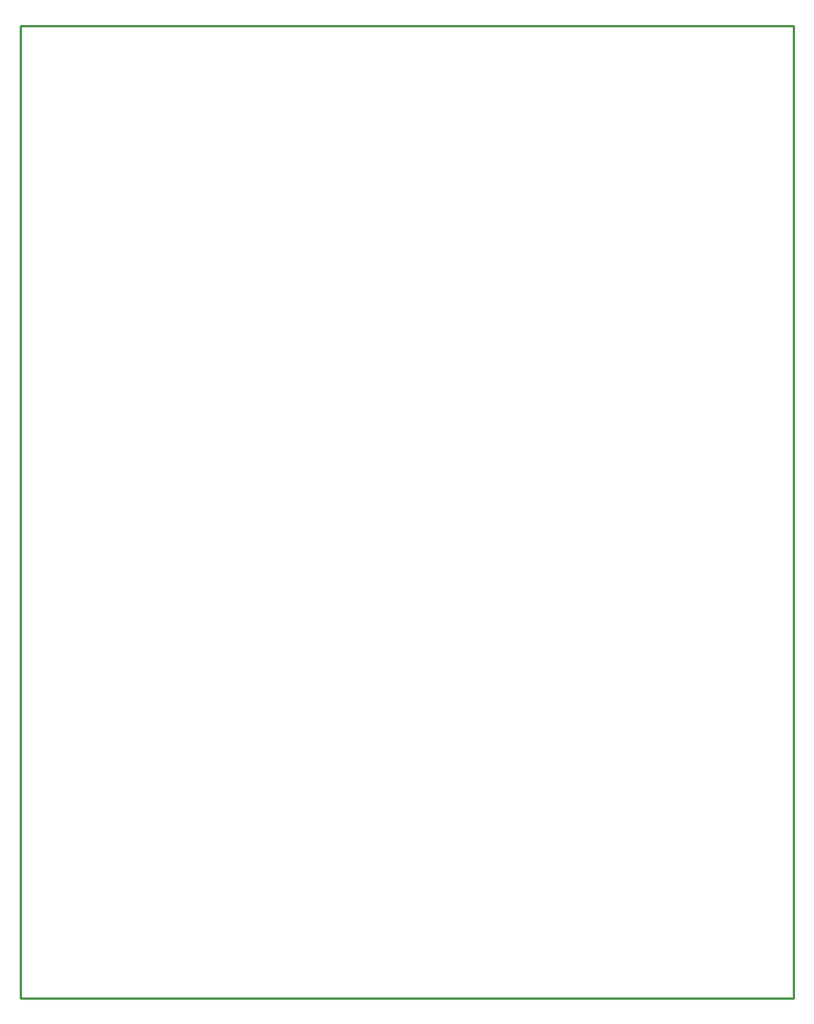
<source format=gko>
G04 Layer: BoardOutlineLayer*
G04 EasyEDA v6.5.29, 2023-07-18 10:59:27*
G04 edb8639753f2491aa550edbca108bfa0,5a6b42c53f6a479593ecc07194224c93,10*
G04 Gerber Generator version 0.2*
G04 Scale: 100 percent, Rotated: No, Reflected: No *
G04 Dimensions in millimeters *
G04 leading zeros omitted , absolute positions ,4 integer and 5 decimal *
%FSLAX45Y45*%
%MOMM*%

%ADD10C,0.2540*%
D10*
X254000Y11684000D02*
G01*
X8890000Y11684000D01*
X8890000Y825500D01*
X254000Y825500D01*
X254000Y11684000D01*

%LPD*%
M02*

</source>
